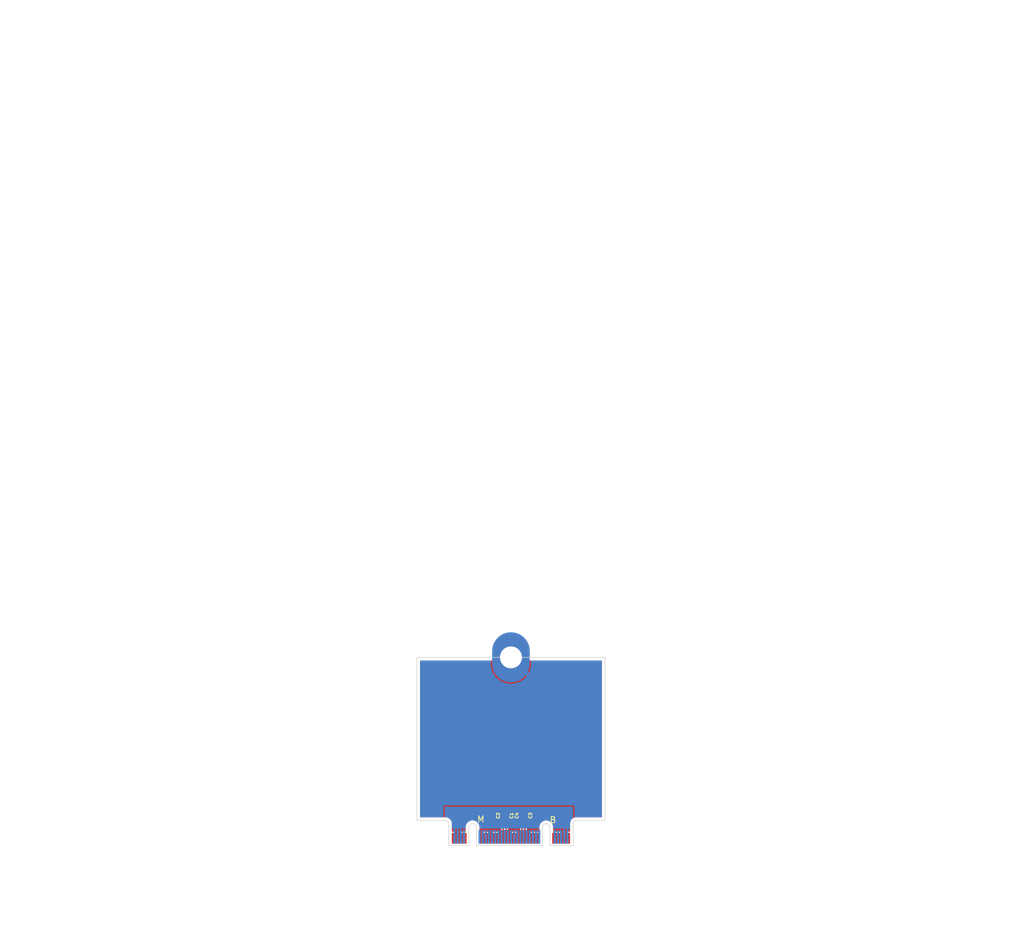
<source format=kicad_pcb>
(kicad_pcb (version 20241229) (generator "pcbnew") (generator_version "9.0")
  (layers (0 "F.Cu" signal) (2 "B.Cu" signal) (13 "F.Paste" user) (15 "B.Paste" user) (5 "F.SilkS" user "F.Silkscreen") (7 "B.SilkS" user "B.Silkscreen") (1 "F.Mask" user) (3 "B.Mask" user) (25 "Edge.Cuts" user))
  (net 0 "")
  (net 1 "/M.2 B+M Key/PET1P")
  (net 2 "/M.2 B+M Key/PET1N")
  (net 3 "/M.2 B+M Key/PET0P")
  (net 4 "/M.2 B+M Key/PET0N")
  (net 5 "/PET0+")
  (net 6 "GND")
  (net 7 "/PET0-")
  (net 8 "/PET1+")
  (net 9 "/CONFIG_3")
  (net 10 "+3.3V")
  (net 11 "/FULL_CARD_PWR_OFF#")
  (net 12 "/USB_D+")
  (net 13 "/W_DISABLE1#")
  (net 14 "/USB_D-")
  (net 15 "/GPIO_9{slash}LED#1")
  (net 16 "/GPIO_5")
  (net 17 "/CONFIG_0")
  (net 18 "/GPIO_6")
  (net 19 "/DPR")
  (net 20 "/GPIO_7")
  (net 21 "/GPIO_11")
  (net 22 "/GPIO_10")
  (net 23 "/GPIO_8")
  (net 24 "/UIM-RESET")
  (net 25 "/UIM-CLK")
  (net 26 "/UIM-DATA")
  (net 27 "/PER1-")
  (net 28 "/UIM-PWR")
  (net 29 "/PER1+")
  (net 30 "/DEVSLP")
  (net 31 "/GPIO_0")
  (net 32 "/GPIO_1")
  (net 33 "/GPIO_2")
  (net 34 "/GPIO_3")
  (net 35 "/PER0-")
  (net 36 "/GPIO_4")
  (net 37 "/PER0+")
  (net 38 "/PERST#")
  (net 39 "/CLKREQ#")
  (net 40 "/REFCLK-")
  (net 41 "/PEWAKE#")
  (net 42 "/REFCLK+")
  (net 45 "/RESET#")
  (net 46 "/SUSCLK")
  (net 47 "/CONFIG_1")
  (net 48 "/CONFIG_2")
  (net 49 "/PET1-")
  (footprint "Athena KiCAd library:M.2 Mounting Pad" (layer "F.Cu") (at 109.01 130.09)
    (property "Reference" "H1")
    (property "Value" "MountingHole_Pad")
    (pad "1" thru_hole circle (at 0 0) (size 5.5 5.5) (drill 3.5) (property pad_prop_castellated) (layers "*.Cu" "*.Mask") (net 6 "GND") (padstack (mode front_inner_back) (layer "Inner" (shape circle) (size 5.5 5.5)) (layer "B.Cu" (shape oval) (size 6 8))))
  )
  (footprint "Capacitor_SMD:C_0201_0603Metric" (layer "F.Cu") (at 108.36 155.32 90)
    (property "Reference" "C1" (at 0 0.73 90) (layer "F.SilkS") (effects (font (size 0.5 0.5))))
    (property "Value" "220nF")
    (pad "1" smd roundrect (at -0.32 0 90) (size 0.46 0.4) (layers "F.Cu" "F.Mask") (net 4 "/M.2 B+M Key/PET0N"))
    (pad "2" smd roundrect (at 0.32 0 90) (size 0.46 0.4) (layers "F.Cu" "F.Mask") (net 7 "/PET0-"))
  )
  (footprint "Capacitor_SMD:C_0201_0603Metric" (layer "F.Cu") (at 110.66 155.32 90)
    (property "Reference" "C4" (at 0 -0.71 90) (layer "F.SilkS") (effects (font (size 0.5 0.5))))
    (property "Value" "220nF")
    (pad "1" smd roundrect (at -0.32 0 90) (size 0.46 0.4) (layers "F.Cu" "F.Mask") (net 1 "/M.2 B+M Key/PET1P"))
    (pad "2" smd roundrect (at 0.32 0 90) (size 0.46 0.4) (layers "F.Cu" "F.Mask") (net 8 "/PET1+"))
  )
  (footprint "PCIexpress:M.2 B+M Key Connector" (layer "F.Cu") (at 109.01 158.98)
    (property "Reference" "J1")
    (property "Value" "~")
    (fp_line (start -11 -2.89) (end -10.425 -2.89) (stroke (width 0.1)) (layer "Edge.Cuts") (net 1))
    (fp_line (start -9.925 -2.39) (end -9.925 1.11) (stroke (width 0.1)) (layer "Edge.Cuts") (net 1))
    (fp_line (start -6.72 -1.79) (end -6.72 1.11) (stroke (width 0.1)) (layer "Edge.Cuts") (net 1))
    (fp_line (start -6.72 1.11) (end -9.925 1.11) (stroke (width 0.1)) (layer "Edge.Cuts") (net 1))
    (fp_line (start -5.52 -1.79) (end -5.52 1.11) (stroke (width 0.1)) (layer "Edge.Cuts") (net 1))
    (fp_line (start -5.52 1.11) (end 5.03 1.11) (stroke (width 0.1)) (layer "Edge.Cuts") (net 1))
    (fp_line (start 5.03 -1.79) (end 5.03 1.11) (stroke (width 0.1)) (layer "Edge.Cuts") (net 1))
    (fp_line (start 6.23 -1.79) (end 6.23 1.11) (stroke (width 0.1)) (layer "Edge.Cuts") (net 1))
    (fp_line (start 6.23 1.11) (end 9.925 1.11) (stroke (width 0.1)) (layer "Edge.Cuts") (net 1))
    (fp_line (start 9.925 -2.39) (end 9.925 1.11) (stroke (width 0.1)) (layer "Edge.Cuts") (net 1))
    (fp_line (start 10.425 -2.89) (end 11 -2.89) (stroke (width 0.1)) (layer "Edge.Cuts") (net 1))
    (fp_arc (start -10.425 -2.89) (mid -10.071447 -2.743553) (end -9.925 -2.39) (stroke (width 0.1)) (layer "Edge.Cuts") (net 1))
    (fp_arc (start -6.72 -1.79) (mid -6.12 -2.39) (end -5.52 -1.79) (stroke (width 0.1)) (layer "Edge.Cuts") (net 1))
    (fp_arc (start 5.03 -1.79) (mid 5.63 -2.39) (end 6.23 -1.79) (stroke (width 0.1)) (layer "Edge.Cuts") (net 1))
    (fp_arc (start 9.925 -2.39) (mid 10.071447 -2.743553) (end 10.425 -2.89) (stroke (width 0.1)) (layer "Edge.Cuts") (net 1))
    (fp_text user "M" (at -5.475 -2.49 0) (layer "F.SilkS") (effects (justify left bottom)))
    (fp_text user "B" (at 6.085 -2.395 0) (layer "F.SilkS") (effects (justify left bottom)))
    (pad "1" smd rect (at 9.25 -0.04 180) (size 0.35 1.7) (layers "F.Cu") (net 9 "/CONFIG_3"))
    (pad "2" smd rect (at 9 -0.29 180) (size 0.35 2.2) (layers "B.Cu") (net 10 "+3.3V"))
    (pad "3" smd rect (at 8.75 -0.04 180) (size 0.35 1.7) (layers "F.Cu") (net 6 "GND"))
    (pad "4" smd rect (at 8.5 -0.29 180) (size 0.35 2.2) (layers "B.Cu") (net 10 "+3.3V"))
    (pad "5" smd rect (at 8.25 -0.04 180) (size 0.35 1.7) (layers "F.Cu") (net 6 "GND"))
    (pad "6" smd rect (at 8 -0.29 180) (size 0.35 2.2) (layers "B.Cu") (net 11 "/FULL_CARD_PWR_OFF#"))
    (pad "7" smd rect (at 7.75 -0.04 180) (size 0.35 1.7) (layers "F.Cu") (net 12 "/USB_D+"))
    (pad "8" smd rect (at 7.5 -0.29 180) (size 0.35 2.2) (layers "B.Cu") (net 13 "/W_DISABLE1#"))
    (pad "9" smd rect (at 7.25 -0.04 180) (size 0.35 1.7) (layers "F.Cu") (net 14 "/USB_D-"))
    (pad "10" smd rect (at 7 -0.29 180) (size 0.35 2.2) (layers "B.Cu") (net 15 "/GPIO_9{slash}LED#1"))
    (pad "11" smd rect (at 6.75 -0.04 180) (size 0.35 1.7) (layers "F.Cu") (net 6 "GND"))
    (pad "20" smd rect (at 4.5 -0.29 180) (size 0.35 2.2) (layers "B.Cu") (net 16 "/GPIO_5"))
    (pad "21" smd rect (at 4.25 -0.04 180) (size 0.35 1.7) (layers "F.Cu") (net 17 "/CONFIG_0"))
    (pad "22" smd rect (at 4 -0.29 180) (size 0.35 2.2) (layers "B.Cu") (net 18 "/GPIO_6"))
    (pad "23" smd rect (at 3.75 -0.04 180) (size 0.35 1.7) (layers "F.Cu") (net 19 "/DPR"))
    (pad "24" smd rect (at 3.5 -0.29 180) (size 0.35 2.2) (layers "B.Cu") (net 20 "/GPIO_7"))
    (pad "25" smd rect (at 3.25 -0.04 180) (size 0.35 1.7) (layers "F.Cu") (net 21 "/GPIO_11"))
    (pad "26" smd rect (at 3 -0.29 180) (size 0.35 2.2) (layers "B.Cu") (net 22 "/GPIO_10"))
    (pad "27" smd rect (at 2.75 -0.04 180) (size 0.35 1.7) (layers "F.Cu") (net 6 "GND"))
    (pad "28" smd rect (at 2.5 -0.29 180) (size 0.35 2.2) (layers "B.Cu") (net 23 "/GPIO_8"))
    (pad "29" smd rect (at 2.25 -0.04 180) (size 0.35 1.7) (layers "F.Cu") (net 2 "/M.2 B+M Key/PET1N"))
    (pad "30" smd rect (at 2 -0.29 180) (size 0.35 2.2) (layers "B.Cu") (net 24 "/UIM-RESET"))
    (pad "31" smd rect (at 1.75 -0.04 180) (size 0.35 1.7) (layers "F.Cu") (net 1 "/M.2 B+M Key/PET1P"))
    (pad "32" smd rect (at 1.5 -0.29 180) (size 0.35 2.2) (layers "B.Cu") (net 25 "/UIM-CLK"))
    (pad "33" smd rect (at 1.25 -0.04 180) (size 0.35 1.7) (layers "F.Cu") (net 6 "GND"))
    (pad "34" smd rect (at 1 -0.29 180) (size 0.35 2.2) (layers "B.Cu") (net 26 "/UIM-DATA"))
    (pad "35" smd rect (at 0.75 -0.04 180) (size 0.35 1.7) (layers "F.Cu") (net 27 "/PER1-"))
    (pad "36" smd rect (at 0.5 -0.29 180) (size 0.35 2.2) (layers "B.Cu") (net 28 "/UIM-PWR"))
    (pad "37" smd rect (at 0.25 -0.04 180) (size 0.35 1.7) (layers "F.Cu") (net 29 "/PER1+"))
    (pad "38" smd rect (at 0 -0.29 180) (size 0.35 2.2) (layers "B.Cu") (net 30 "/DEVSLP"))
    (pad "39" smd rect (at -0.25 -0.04 180) (size 0.35 1.7) (layers "F.Cu") (net 6 "GND"))
    (pad "40" smd rect (at -0.5 -0.29 180) (size 0.35 2.2) (layers "B.Cu") (net 31 "/GPIO_0"))
    (pad "41" smd rect (at -0.75 -0.04 180) (size 0.35 1.7) (layers "F.Cu") (net 4 "/M.2 B+M Key/PET0N"))
    (pad "42" smd rect (at -1 -0.29 180) (size 0.35 2.2) (layers "B.Cu") (net 32 "/GPIO_1"))
    (pad "43" smd rect (at -1.25 -0.04 180) (size 0.35 1.7) (layers "F.Cu") (net 3 "/M.2 B+M Key/PET0P"))
    (pad "44" smd rect (at -1.5 -0.29 180) (size 0.35 2.2) (layers "B.Cu") (net 33 "/GPIO_2"))
    (pad "45" smd rect (at -1.75 -0.04 180) (size 0.35 1.7) (layers "F.Cu") (net 6 "GND"))
    (pad "46" smd rect (at -2 -0.29 180) (size 0.35 2.2) (layers "B.Cu") (net 34 "/GPIO_3"))
    (pad "47" smd rect (at -2.25 -0.04 180) (size 0.35 1.7) (layers "F.Cu") (net 35 "/PER0-"))
    (pad "48" smd rect (at -2.5 -0.29 180) (size 0.35 2.2) (layers "B.Cu") (net 36 "/GPIO_4"))
    (pad "49" smd rect (at -2.75 -0.04 180) (size 0.35 1.7) (layers "F.Cu") (net 37 "/PER0+"))
    (pad "50" smd rect (at -3 -0.29 180) (size 0.35 2.2) (layers "B.Cu") (net 38 "/PERST#"))
    (pad "51" smd rect (at -3.25 -0.04 180) (size 0.35 1.7) (layers "F.Cu") (net 6 "GND"))
    (pad "52" smd rect (at -3.5 -0.29 180) (size 0.35 2.2) (layers "B.Cu") (net 39 "/CLKREQ#"))
    (pad "53" smd rect (at -3.75 -0.04 180) (size 0.35 1.7) (layers "F.Cu") (net 40 "/REFCLK-"))
    (pad "54" smd rect (at -4 -0.29 180) (size 0.35 2.2) (layers "B.Cu") (net 41 "/PEWAKE#"))
    (pad "55" smd rect (at -4.25 -0.04 180) (size 0.35 1.7) (layers "F.Cu") (net 42 "/REFCLK+"))
    (pad "56" smd rect (at -4.5 -0.29 180) (size 0.35 2.2) (layers "B.Cu"))
    (pad "57" smd rect (at -4.75 -0.04 180) (size 0.35 1.7) (layers "F.Cu") (net 6 "GND"))
    (pad "58" smd rect (at -5 -0.29 180) (size 0.35 2.2) (layers "B.Cu"))
    (pad "67" smd rect (at -7.25 -0.04 180) (size 0.35 1.7) (layers "F.Cu") (net 45 "/RESET#"))
    (pad "68" smd rect (at -7.5 -0.29 180) (size 0.35 2.2) (layers "B.Cu") (net 46 "/SUSCLK"))
    (pad "69" smd rect (at -7.75 -0.04 180) (size 0.35 1.7) (layers "F.Cu") (net 47 "/CONFIG_1"))
    (pad "70" smd rect (at -8 -0.29 180) (size 0.35 2.2) (layers "B.Cu") (net 10 "+3.3V"))
    (pad "71" smd rect (at -8.25 -0.04 180) (size 0.35 1.7) (layers "F.Cu") (net 6 "GND"))
    (pad "72" smd rect (at -8.5 -0.29 180) (size 0.35 2.2) (layers "B.Cu") (net 10 "+3.3V"))
    (pad "73" smd rect (at -8.75 -0.04 180) (size 0.35 1.7) (layers "F.Cu") (net 6 "GND"))
    (pad "74" smd rect (at -9 -0.29 180) (size 0.35 2.2) (layers "B.Cu") (net 10 "+3.3V"))
    (pad "75" smd rect (at -9.25 -0.04 180) (size 0.35 1.7) (layers "F.Cu") (net 48 "/CONFIG_2"))
  )
  (footprint "Capacitor_SMD:C_0201_0603Metric" (layer "F.Cu") (at 107.66 155.32 90)
    (property "Reference" "C2" (at 0 -0.7 90) (layer "F.SilkS") (effects (font (size 0.5 0.5))))
    (property "Value" "220nF")
    (pad "1" smd roundrect (at -0.32 0 90) (size 0.46 0.4) (layers "F.Cu" "F.Mask") (net 3 "/M.2 B+M Key/PET0P"))
    (pad "2" smd roundrect (at 0.32 0 90) (size 0.46 0.4) (layers "F.Cu" "F.Mask") (net 5 "/PET0+"))
  )
  (footprint "Capacitor_SMD:C_0201_0603Metric" (layer "F.Cu") (at 111.36 155.32 90)
    (property "Reference" "C3" (at 0 0.75 90) (layer "F.SilkS") (effects (font (size 0.5 0.5))))
    (property "Value" "220nF")
    (pad "1" smd roundrect (at -0.32 0 90) (size 0.46 0.4) (layers "F.Cu" "F.Mask") (net 2 "/M.2 B+M Key/PET1N"))
    (pad "2" smd roundrect (at 0.32 0 90) (size 0.46 0.4) (layers "F.Cu" "F.Mask") (net 49 "/PET1-"))
  )
  (gr_line (start 124.01 156.09) (end 124.01 130.09) (stroke (width 0.1)) (layer "Edge.Cuts"))
  (gr_line (start 98.01 156.09) (end 94.01 156.09) (stroke (width 0.1)) (layer "Edge.Cuts"))
  (gr_line (start 120.01 156.09) (end 124.01 156.09) (stroke (width 0.1)) (layer "Edge.Cuts"))
  (gr_line (start 94.01 130.09) (end 94.01 156.09) (stroke (width 0.1)) (layer "Edge.Cuts"))
  (gr_line (start 124.01 130.09) (end 94.01 130.09) (stroke (width 0.1)) (layer "Edge.Cuts"))
  (segment (start 110.785 156.110001) (end 110.66 155.985001) (width 0.2) (layer "F.Cu") (net 1))
  (segment (start 110.76 158.94) (end 110.76 157.664999) (width 0.2) (layer "F.Cu") (net 1))
  (segment (start 110.76 157.664999) (end 110.785 157.639999) (width 0.2) (layer "F.Cu") (net 1))
  (segment (start 110.66 155.985001) (end 110.66 155.64) (width 0.2) (layer "F.Cu") (net 1))
  (segment (start 110.785 157.639999) (end 110.785 156.110001) (width 0.2) (layer "F.Cu") (net 1))
  (segment (start 111.36 155.985001) (end 111.36 155.64) (width 0.2) (layer "F.Cu") (net 2))
  (segment (start 111.26 158.94) (end 111.26 157.664999) (width 0.2) (layer "F.Cu") (net 2))
  (segment (start 111.235 156.110001) (end 111.36 155.985001) (width 0.2) (layer "F.Cu") (net 2))
  (segment (start 111.235 157.639999) (end 111.235 156.110001) (width 0.2) (layer "F.Cu") (net 2))
  (segment (start 111.26 157.664999) (end 111.235 157.639999) (width 0.2) (layer "F.Cu") (net 2))
  (segment (start 107.785 156.110001) (end 107.66 155.985001) (width 0.2) (layer "F.Cu") (net 3))
  (segment (start 107.76 158.94) (end 107.76 157.664999) (width 0.2) (layer "F.Cu") (net 3))
  (segment (start 107.785 157.639999) (end 107.785 156.110001) (width 0.2) (layer "F.Cu") (net 3))
  (segment (start 107.76 157.664999) (end 107.785 157.639999) (width 0.2) (layer "F.Cu") (net 3))
  (segment (start 107.66 155.985001) (end 107.66 155.64) (width 0.2) (layer "F.Cu") (net 3))
  (segment (start 108.26 158.94) (end 108.26 157.664999) (width 0.2) (layer "F.Cu") (net 4))
  (segment (start 108.235 156.110001) (end 108.36 155.985001) (width 0.2) (layer "F.Cu") (net 4))
  (segment (start 108.36 155.985001) (end 108.36 155.64) (width 0.2) (layer "F.Cu") (net 4))
  (segment (start 108.235 157.639999) (end 108.235 156.110001) (width 0.2) (layer "F.Cu") (net 4))
  (segment (start 108.26 157.664999) (end 108.235 157.639999) (width 0.2) (layer "F.Cu") (net 4))
  (zone (net 6) (net_name "GND") (layers "F.Cu" "B.Cu") (connect_pads (clearance 0.2)) (min_thickness 0.15) (fill yes (thermal_gap 0.2) (thermal_bridge_width 0.5))
    (polygon (pts (xy 124.01 158.48) (xy 124.01 50.09) (xy 94.01 50.09) (xy 94.01 158.48)))
  )
  (zone (net 10) (net_name "+3.3V") (layer "B.Cu") (priority 1) (connect_pads (clearance 0.2)) (min_thickness 0.1) (fill yes (thermal_gap 0.2) (thermal_bridge_width 0.25))
    (polygon (pts (xy 118.93 158.27) (xy 118.93 153.905) (xy 118.915 153.89) (xy 98.46 153.89) (xy 98.46 158.52) (xy 118.68 158.52)))
  )
)
</source>
